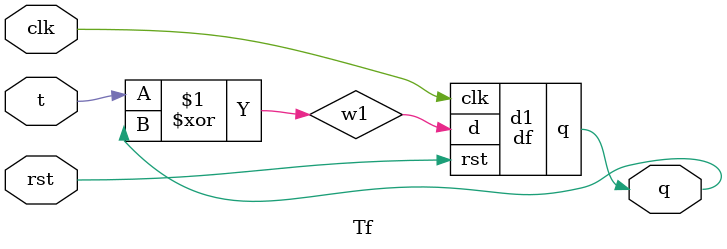
<source format=v>



module   df(d,clk,rst,q); 
input rst ,d,clk ; 
output reg  q ;


always @(posedge clk)
   begin 
	
     if (rst) 
     q <= 1'b0 ; 

     else
     q<=d ; 

   end 

endmodule 

module Tf(t,clk,rst,q);
input t,clk,rst;
output q;
wire w1;
assign w1=t^q;
df d1(w1,clk,rst,q);
endmodule 
</source>
